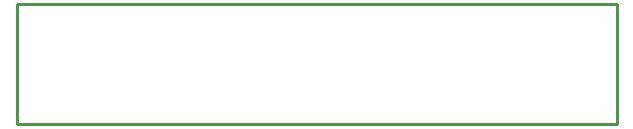
<source format=gbr>
G04 EAGLE Gerber RS-274X export*
G75*
%MOMM*%
%FSLAX34Y34*%
%LPD*%
%IN*%
%IPPOS*%
%AMOC8*
5,1,8,0,0,1.08239X$1,22.5*%
G01*
%ADD10C,0.254000*%


D10*
X0Y0D02*
X508000Y0D01*
X508000Y101600D01*
X0Y101600D01*
X0Y0D01*
M02*

</source>
